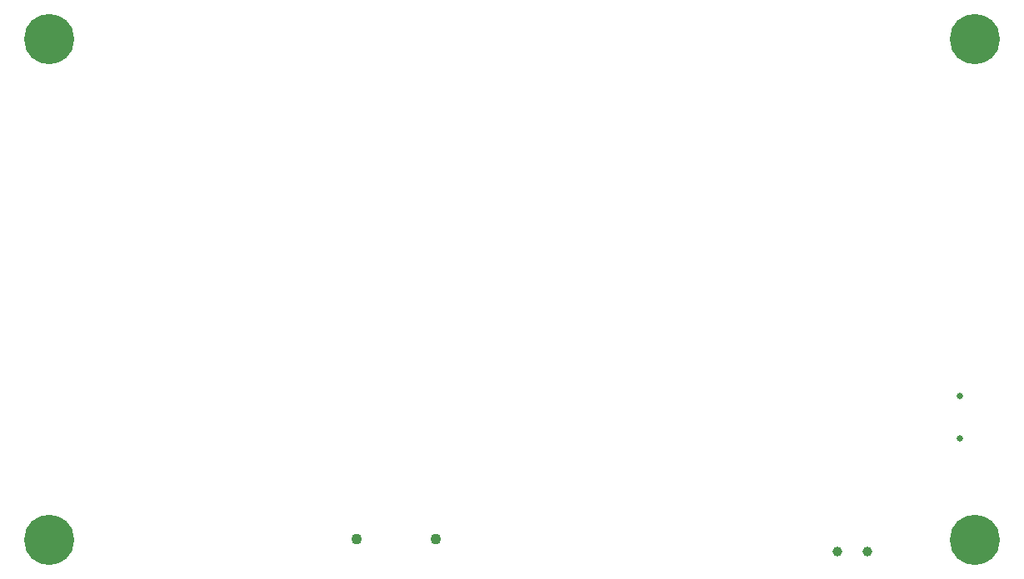
<source format=gbr>
%TF.GenerationSoftware,KiCad,Pcbnew,(5.1.6-0)*%
%TF.CreationDate,2020-10-12T19:17:27+02:00*%
%TF.ProjectId,ESP32_TFT,45535033-325f-4544-9654-2e6b69636164,rev?*%
%TF.SameCoordinates,Original*%
%TF.FileFunction,Soldermask,Bot*%
%TF.FilePolarity,Negative*%
%FSLAX46Y46*%
G04 Gerber Fmt 4.6, Leading zero omitted, Abs format (unit mm)*
G04 Created by KiCad (PCBNEW (5.1.6-0)) date 2020-10-12 19:17:27*
%MOMM*%
%LPD*%
G01*
G04 APERTURE LIST*
%ADD10C,0.900000*%
%ADD11C,5.100000*%
%ADD12C,1.000000*%
%ADD13C,0.650000*%
%ADD14C,1.100000*%
G04 APERTURE END LIST*
D10*
%TO.C,H1*%
X42825825Y-38674175D03*
X41500000Y-38125000D03*
X40174175Y-38674175D03*
X39625000Y-40000000D03*
X40174175Y-41325825D03*
X41500000Y-41875000D03*
X42825825Y-41325825D03*
X43375000Y-40000000D03*
D11*
X41500000Y-40000000D03*
%TD*%
D10*
%TO.C,H2*%
X42825825Y-89674175D03*
X41500000Y-89125000D03*
X40174175Y-89674175D03*
X39625000Y-91000000D03*
X40174175Y-92325825D03*
X41500000Y-92875000D03*
X42825825Y-92325825D03*
X43375000Y-91000000D03*
D11*
X41500000Y-91000000D03*
%TD*%
D10*
%TO.C,H3*%
X136825825Y-38674175D03*
X135500000Y-38125000D03*
X134174175Y-38674175D03*
X133625000Y-40000000D03*
X134174175Y-41325825D03*
X135500000Y-41875000D03*
X136825825Y-41325825D03*
X137375000Y-40000000D03*
D11*
X135500000Y-40000000D03*
%TD*%
D10*
%TO.C,H4*%
X136825825Y-89674175D03*
X135500000Y-89125000D03*
X134174175Y-89674175D03*
X133625000Y-91000000D03*
X134174175Y-92325825D03*
X135500000Y-92875000D03*
X136825825Y-92325825D03*
X137375000Y-91000000D03*
D11*
X135500000Y-91000000D03*
%TD*%
D12*
%TO.C,SW3*%
X124600000Y-92120000D03*
X121600000Y-92120000D03*
%TD*%
D13*
%TO.C,J1*%
X134000000Y-76350000D03*
X134000000Y-80650000D03*
%TD*%
D14*
%TO.C,SD1*%
X72735001Y-90900000D03*
X80735001Y-90900000D03*
%TD*%
M02*

</source>
